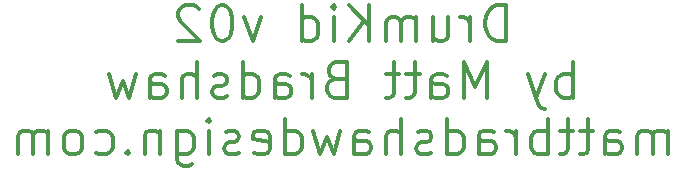
<source format=gbr>
G04 #@! TF.GenerationSoftware,KiCad,Pcbnew,(5.0.1)-3*
G04 #@! TF.CreationDate,2019-05-09T22:35:04+01:00*
G04 #@! TF.ProjectId,drumkid v2,6472756D6B69642076322E6B69636164,rev?*
G04 #@! TF.SameCoordinates,Original*
G04 #@! TF.FileFunction,Legend,Bot*
G04 #@! TF.FilePolarity,Positive*
%FSLAX46Y46*%
G04 Gerber Fmt 4.6, Leading zero omitted, Abs format (unit mm)*
G04 Created by KiCad (PCBNEW (5.0.1)-3) date 09/05/2019 22:35:04*
%MOMM*%
%LPD*%
G01*
G04 APERTURE LIST*
%ADD10C,0.300000*%
G04 APERTURE END LIST*
D10*
X145785714Y-70557142D02*
X145785714Y-67557142D01*
X145071428Y-67557142D01*
X144642857Y-67700000D01*
X144357142Y-67985714D01*
X144214285Y-68271428D01*
X144071428Y-68842857D01*
X144071428Y-69271428D01*
X144214285Y-69842857D01*
X144357142Y-70128571D01*
X144642857Y-70414285D01*
X145071428Y-70557142D01*
X145785714Y-70557142D01*
X142785714Y-70557142D02*
X142785714Y-68557142D01*
X142785714Y-69128571D02*
X142642857Y-68842857D01*
X142500000Y-68700000D01*
X142214285Y-68557142D01*
X141928571Y-68557142D01*
X139642857Y-68557142D02*
X139642857Y-70557142D01*
X140928571Y-68557142D02*
X140928571Y-70128571D01*
X140785714Y-70414285D01*
X140500000Y-70557142D01*
X140071428Y-70557142D01*
X139785714Y-70414285D01*
X139642857Y-70271428D01*
X138214285Y-70557142D02*
X138214285Y-68557142D01*
X138214285Y-68842857D02*
X138071428Y-68700000D01*
X137785714Y-68557142D01*
X137357142Y-68557142D01*
X137071428Y-68700000D01*
X136928571Y-68985714D01*
X136928571Y-70557142D01*
X136928571Y-68985714D02*
X136785714Y-68700000D01*
X136500000Y-68557142D01*
X136071428Y-68557142D01*
X135785714Y-68700000D01*
X135642857Y-68985714D01*
X135642857Y-70557142D01*
X134214285Y-70557142D02*
X134214285Y-67557142D01*
X132500000Y-70557142D02*
X133785714Y-68842857D01*
X132500000Y-67557142D02*
X134214285Y-69271428D01*
X131214285Y-70557142D02*
X131214285Y-68557142D01*
X131214285Y-67557142D02*
X131357142Y-67700000D01*
X131214285Y-67842857D01*
X131071428Y-67700000D01*
X131214285Y-67557142D01*
X131214285Y-67842857D01*
X128500000Y-70557142D02*
X128500000Y-67557142D01*
X128500000Y-70414285D02*
X128785714Y-70557142D01*
X129357142Y-70557142D01*
X129642857Y-70414285D01*
X129785714Y-70271428D01*
X129928571Y-69985714D01*
X129928571Y-69128571D01*
X129785714Y-68842857D01*
X129642857Y-68700000D01*
X129357142Y-68557142D01*
X128785714Y-68557142D01*
X128500000Y-68700000D01*
X125071428Y-68557142D02*
X124357142Y-70557142D01*
X123642857Y-68557142D01*
X121928571Y-67557142D02*
X121642857Y-67557142D01*
X121357142Y-67700000D01*
X121214285Y-67842857D01*
X121071428Y-68128571D01*
X120928571Y-68700000D01*
X120928571Y-69414285D01*
X121071428Y-69985714D01*
X121214285Y-70271428D01*
X121357142Y-70414285D01*
X121642857Y-70557142D01*
X121928571Y-70557142D01*
X122214285Y-70414285D01*
X122357142Y-70271428D01*
X122500000Y-69985714D01*
X122642857Y-69414285D01*
X122642857Y-68700000D01*
X122500000Y-68128571D01*
X122357142Y-67842857D01*
X122214285Y-67700000D01*
X121928571Y-67557142D01*
X119785714Y-67842857D02*
X119642857Y-67700000D01*
X119357142Y-67557142D01*
X118642857Y-67557142D01*
X118357142Y-67700000D01*
X118214285Y-67842857D01*
X118071428Y-68128571D01*
X118071428Y-68414285D01*
X118214285Y-68842857D01*
X119928571Y-70557142D01*
X118071428Y-70557142D01*
X151500000Y-75357142D02*
X151500000Y-72357142D01*
X151500000Y-73500000D02*
X151214285Y-73357142D01*
X150642857Y-73357142D01*
X150357142Y-73500000D01*
X150214285Y-73642857D01*
X150071428Y-73928571D01*
X150071428Y-74785714D01*
X150214285Y-75071428D01*
X150357142Y-75214285D01*
X150642857Y-75357142D01*
X151214285Y-75357142D01*
X151500000Y-75214285D01*
X149071428Y-73357142D02*
X148357142Y-75357142D01*
X147642857Y-73357142D02*
X148357142Y-75357142D01*
X148642857Y-76071428D01*
X148785714Y-76214285D01*
X149071428Y-76357142D01*
X144214285Y-75357142D02*
X144214285Y-72357142D01*
X143214285Y-74500000D01*
X142214285Y-72357142D01*
X142214285Y-75357142D01*
X139500000Y-75357142D02*
X139500000Y-73785714D01*
X139642857Y-73500000D01*
X139928571Y-73357142D01*
X140500000Y-73357142D01*
X140785714Y-73500000D01*
X139500000Y-75214285D02*
X139785714Y-75357142D01*
X140500000Y-75357142D01*
X140785714Y-75214285D01*
X140928571Y-74928571D01*
X140928571Y-74642857D01*
X140785714Y-74357142D01*
X140500000Y-74214285D01*
X139785714Y-74214285D01*
X139500000Y-74071428D01*
X138500000Y-73357142D02*
X137357142Y-73357142D01*
X138071428Y-72357142D02*
X138071428Y-74928571D01*
X137928571Y-75214285D01*
X137642857Y-75357142D01*
X137357142Y-75357142D01*
X136785714Y-73357142D02*
X135642857Y-73357142D01*
X136357142Y-72357142D02*
X136357142Y-74928571D01*
X136214285Y-75214285D01*
X135928571Y-75357142D01*
X135642857Y-75357142D01*
X131357142Y-73785714D02*
X130928571Y-73928571D01*
X130785714Y-74071428D01*
X130642857Y-74357142D01*
X130642857Y-74785714D01*
X130785714Y-75071428D01*
X130928571Y-75214285D01*
X131214285Y-75357142D01*
X132357142Y-75357142D01*
X132357142Y-72357142D01*
X131357142Y-72357142D01*
X131071428Y-72500000D01*
X130928571Y-72642857D01*
X130785714Y-72928571D01*
X130785714Y-73214285D01*
X130928571Y-73500000D01*
X131071428Y-73642857D01*
X131357142Y-73785714D01*
X132357142Y-73785714D01*
X129357142Y-75357142D02*
X129357142Y-73357142D01*
X129357142Y-73928571D02*
X129214285Y-73642857D01*
X129071428Y-73500000D01*
X128785714Y-73357142D01*
X128500000Y-73357142D01*
X126214285Y-75357142D02*
X126214285Y-73785714D01*
X126357142Y-73500000D01*
X126642857Y-73357142D01*
X127214285Y-73357142D01*
X127500000Y-73500000D01*
X126214285Y-75214285D02*
X126500000Y-75357142D01*
X127214285Y-75357142D01*
X127500000Y-75214285D01*
X127642857Y-74928571D01*
X127642857Y-74642857D01*
X127500000Y-74357142D01*
X127214285Y-74214285D01*
X126500000Y-74214285D01*
X126214285Y-74071428D01*
X123500000Y-75357142D02*
X123500000Y-72357142D01*
X123500000Y-75214285D02*
X123785714Y-75357142D01*
X124357142Y-75357142D01*
X124642857Y-75214285D01*
X124785714Y-75071428D01*
X124928571Y-74785714D01*
X124928571Y-73928571D01*
X124785714Y-73642857D01*
X124642857Y-73500000D01*
X124357142Y-73357142D01*
X123785714Y-73357142D01*
X123500000Y-73500000D01*
X122214285Y-75214285D02*
X121928571Y-75357142D01*
X121357142Y-75357142D01*
X121071428Y-75214285D01*
X120928571Y-74928571D01*
X120928571Y-74785714D01*
X121071428Y-74500000D01*
X121357142Y-74357142D01*
X121785714Y-74357142D01*
X122071428Y-74214285D01*
X122214285Y-73928571D01*
X122214285Y-73785714D01*
X122071428Y-73500000D01*
X121785714Y-73357142D01*
X121357142Y-73357142D01*
X121071428Y-73500000D01*
X119642857Y-75357142D02*
X119642857Y-72357142D01*
X118357142Y-75357142D02*
X118357142Y-73785714D01*
X118500000Y-73500000D01*
X118785714Y-73357142D01*
X119214285Y-73357142D01*
X119500000Y-73500000D01*
X119642857Y-73642857D01*
X115642857Y-75357142D02*
X115642857Y-73785714D01*
X115785714Y-73500000D01*
X116071428Y-73357142D01*
X116642857Y-73357142D01*
X116928571Y-73500000D01*
X115642857Y-75214285D02*
X115928571Y-75357142D01*
X116642857Y-75357142D01*
X116928571Y-75214285D01*
X117071428Y-74928571D01*
X117071428Y-74642857D01*
X116928571Y-74357142D01*
X116642857Y-74214285D01*
X115928571Y-74214285D01*
X115642857Y-74071428D01*
X114500000Y-73357142D02*
X113928571Y-75357142D01*
X113357142Y-73928571D01*
X112785714Y-75357142D01*
X112214285Y-73357142D01*
X159500000Y-80157142D02*
X159500000Y-78157142D01*
X159500000Y-78442857D02*
X159357142Y-78300000D01*
X159071428Y-78157142D01*
X158642857Y-78157142D01*
X158357142Y-78300000D01*
X158214285Y-78585714D01*
X158214285Y-80157142D01*
X158214285Y-78585714D02*
X158071428Y-78300000D01*
X157785714Y-78157142D01*
X157357142Y-78157142D01*
X157071428Y-78300000D01*
X156928571Y-78585714D01*
X156928571Y-80157142D01*
X154214285Y-80157142D02*
X154214285Y-78585714D01*
X154357142Y-78300000D01*
X154642857Y-78157142D01*
X155214285Y-78157142D01*
X155500000Y-78300000D01*
X154214285Y-80014285D02*
X154500000Y-80157142D01*
X155214285Y-80157142D01*
X155500000Y-80014285D01*
X155642857Y-79728571D01*
X155642857Y-79442857D01*
X155500000Y-79157142D01*
X155214285Y-79014285D01*
X154500000Y-79014285D01*
X154214285Y-78871428D01*
X153214285Y-78157142D02*
X152071428Y-78157142D01*
X152785714Y-77157142D02*
X152785714Y-79728571D01*
X152642857Y-80014285D01*
X152357142Y-80157142D01*
X152071428Y-80157142D01*
X151500000Y-78157142D02*
X150357142Y-78157142D01*
X151071428Y-77157142D02*
X151071428Y-79728571D01*
X150928571Y-80014285D01*
X150642857Y-80157142D01*
X150357142Y-80157142D01*
X149357142Y-80157142D02*
X149357142Y-77157142D01*
X149357142Y-78300000D02*
X149071428Y-78157142D01*
X148500000Y-78157142D01*
X148214285Y-78300000D01*
X148071428Y-78442857D01*
X147928571Y-78728571D01*
X147928571Y-79585714D01*
X148071428Y-79871428D01*
X148214285Y-80014285D01*
X148500000Y-80157142D01*
X149071428Y-80157142D01*
X149357142Y-80014285D01*
X146642857Y-80157142D02*
X146642857Y-78157142D01*
X146642857Y-78728571D02*
X146500000Y-78442857D01*
X146357142Y-78300000D01*
X146071428Y-78157142D01*
X145785714Y-78157142D01*
X143500000Y-80157142D02*
X143500000Y-78585714D01*
X143642857Y-78300000D01*
X143928571Y-78157142D01*
X144500000Y-78157142D01*
X144785714Y-78300000D01*
X143500000Y-80014285D02*
X143785714Y-80157142D01*
X144500000Y-80157142D01*
X144785714Y-80014285D01*
X144928571Y-79728571D01*
X144928571Y-79442857D01*
X144785714Y-79157142D01*
X144500000Y-79014285D01*
X143785714Y-79014285D01*
X143500000Y-78871428D01*
X140785714Y-80157142D02*
X140785714Y-77157142D01*
X140785714Y-80014285D02*
X141071428Y-80157142D01*
X141642857Y-80157142D01*
X141928571Y-80014285D01*
X142071428Y-79871428D01*
X142214285Y-79585714D01*
X142214285Y-78728571D01*
X142071428Y-78442857D01*
X141928571Y-78300000D01*
X141642857Y-78157142D01*
X141071428Y-78157142D01*
X140785714Y-78300000D01*
X139500000Y-80014285D02*
X139214285Y-80157142D01*
X138642857Y-80157142D01*
X138357142Y-80014285D01*
X138214285Y-79728571D01*
X138214285Y-79585714D01*
X138357142Y-79300000D01*
X138642857Y-79157142D01*
X139071428Y-79157142D01*
X139357142Y-79014285D01*
X139500000Y-78728571D01*
X139500000Y-78585714D01*
X139357142Y-78300000D01*
X139071428Y-78157142D01*
X138642857Y-78157142D01*
X138357142Y-78300000D01*
X136928571Y-80157142D02*
X136928571Y-77157142D01*
X135642857Y-80157142D02*
X135642857Y-78585714D01*
X135785714Y-78300000D01*
X136071428Y-78157142D01*
X136500000Y-78157142D01*
X136785714Y-78300000D01*
X136928571Y-78442857D01*
X132928571Y-80157142D02*
X132928571Y-78585714D01*
X133071428Y-78300000D01*
X133357142Y-78157142D01*
X133928571Y-78157142D01*
X134214285Y-78300000D01*
X132928571Y-80014285D02*
X133214285Y-80157142D01*
X133928571Y-80157142D01*
X134214285Y-80014285D01*
X134357142Y-79728571D01*
X134357142Y-79442857D01*
X134214285Y-79157142D01*
X133928571Y-79014285D01*
X133214285Y-79014285D01*
X132928571Y-78871428D01*
X131785714Y-78157142D02*
X131214285Y-80157142D01*
X130642857Y-78728571D01*
X130071428Y-80157142D01*
X129500000Y-78157142D01*
X127071428Y-80157142D02*
X127071428Y-77157142D01*
X127071428Y-80014285D02*
X127357142Y-80157142D01*
X127928571Y-80157142D01*
X128214285Y-80014285D01*
X128357142Y-79871428D01*
X128500000Y-79585714D01*
X128500000Y-78728571D01*
X128357142Y-78442857D01*
X128214285Y-78300000D01*
X127928571Y-78157142D01*
X127357142Y-78157142D01*
X127071428Y-78300000D01*
X124500000Y-80014285D02*
X124785714Y-80157142D01*
X125357142Y-80157142D01*
X125642857Y-80014285D01*
X125785714Y-79728571D01*
X125785714Y-78585714D01*
X125642857Y-78300000D01*
X125357142Y-78157142D01*
X124785714Y-78157142D01*
X124500000Y-78300000D01*
X124357142Y-78585714D01*
X124357142Y-78871428D01*
X125785714Y-79157142D01*
X123214285Y-80014285D02*
X122928571Y-80157142D01*
X122357142Y-80157142D01*
X122071428Y-80014285D01*
X121928571Y-79728571D01*
X121928571Y-79585714D01*
X122071428Y-79300000D01*
X122357142Y-79157142D01*
X122785714Y-79157142D01*
X123071428Y-79014285D01*
X123214285Y-78728571D01*
X123214285Y-78585714D01*
X123071428Y-78300000D01*
X122785714Y-78157142D01*
X122357142Y-78157142D01*
X122071428Y-78300000D01*
X120642857Y-80157142D02*
X120642857Y-78157142D01*
X120642857Y-77157142D02*
X120785714Y-77300000D01*
X120642857Y-77442857D01*
X120500000Y-77300000D01*
X120642857Y-77157142D01*
X120642857Y-77442857D01*
X117928571Y-78157142D02*
X117928571Y-80585714D01*
X118071428Y-80871428D01*
X118214285Y-81014285D01*
X118500000Y-81157142D01*
X118928571Y-81157142D01*
X119214285Y-81014285D01*
X117928571Y-80014285D02*
X118214285Y-80157142D01*
X118785714Y-80157142D01*
X119071428Y-80014285D01*
X119214285Y-79871428D01*
X119357142Y-79585714D01*
X119357142Y-78728571D01*
X119214285Y-78442857D01*
X119071428Y-78300000D01*
X118785714Y-78157142D01*
X118214285Y-78157142D01*
X117928571Y-78300000D01*
X116500000Y-78157142D02*
X116500000Y-80157142D01*
X116500000Y-78442857D02*
X116357142Y-78300000D01*
X116071428Y-78157142D01*
X115642857Y-78157142D01*
X115357142Y-78300000D01*
X115214285Y-78585714D01*
X115214285Y-80157142D01*
X113785714Y-79871428D02*
X113642857Y-80014285D01*
X113785714Y-80157142D01*
X113928571Y-80014285D01*
X113785714Y-79871428D01*
X113785714Y-80157142D01*
X111071428Y-80014285D02*
X111357142Y-80157142D01*
X111928571Y-80157142D01*
X112214285Y-80014285D01*
X112357142Y-79871428D01*
X112500000Y-79585714D01*
X112500000Y-78728571D01*
X112357142Y-78442857D01*
X112214285Y-78300000D01*
X111928571Y-78157142D01*
X111357142Y-78157142D01*
X111071428Y-78300000D01*
X109357142Y-80157142D02*
X109642857Y-80014285D01*
X109785714Y-79871428D01*
X109928571Y-79585714D01*
X109928571Y-78728571D01*
X109785714Y-78442857D01*
X109642857Y-78300000D01*
X109357142Y-78157142D01*
X108928571Y-78157142D01*
X108642857Y-78300000D01*
X108500000Y-78442857D01*
X108357142Y-78728571D01*
X108357142Y-79585714D01*
X108500000Y-79871428D01*
X108642857Y-80014285D01*
X108928571Y-80157142D01*
X109357142Y-80157142D01*
X107071428Y-80157142D02*
X107071428Y-78157142D01*
X107071428Y-78442857D02*
X106928571Y-78300000D01*
X106642857Y-78157142D01*
X106214285Y-78157142D01*
X105928571Y-78300000D01*
X105785714Y-78585714D01*
X105785714Y-80157142D01*
X105785714Y-78585714D02*
X105642857Y-78300000D01*
X105357142Y-78157142D01*
X104928571Y-78157142D01*
X104642857Y-78300000D01*
X104500000Y-78585714D01*
X104500000Y-80157142D01*
M02*

</source>
